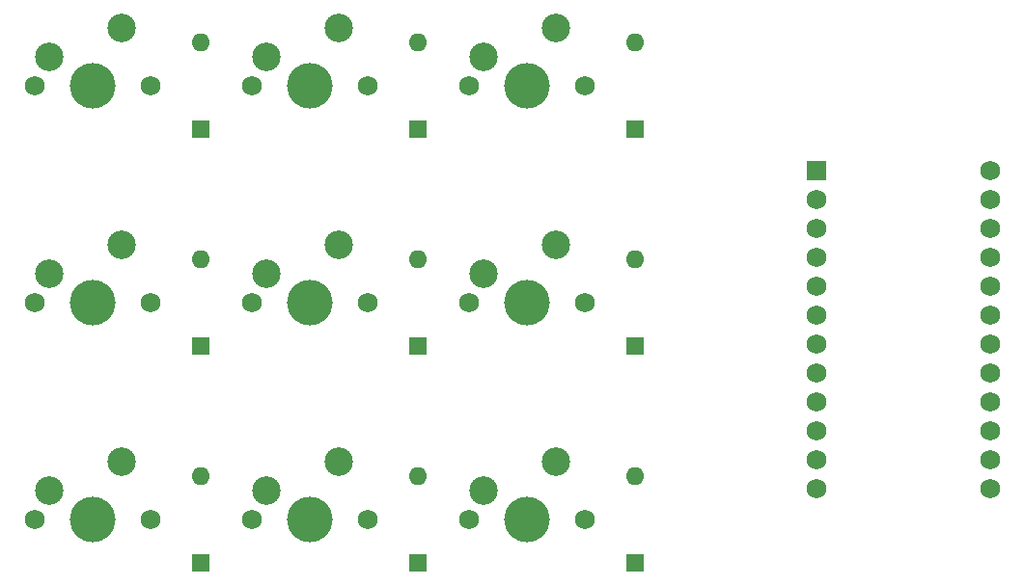
<source format=gbr>
%TF.GenerationSoftware,KiCad,Pcbnew,9.0.2*%
%TF.CreationDate,2025-06-28T14:34:15-07:00*%
%TF.ProjectId,untitled,756e7469-746c-4656-942e-6b696361645f,rev?*%
%TF.SameCoordinates,Original*%
%TF.FileFunction,Soldermask,Bot*%
%TF.FilePolarity,Negative*%
%FSLAX46Y46*%
G04 Gerber Fmt 4.6, Leading zero omitted, Abs format (unit mm)*
G04 Created by KiCad (PCBNEW 9.0.2) date 2025-06-28 14:34:15*
%MOMM*%
%LPD*%
G01*
G04 APERTURE LIST*
%ADD10C,1.750000*%
%ADD11C,4.000000*%
%ADD12C,2.500000*%
%ADD13R,1.752600X1.752600*%
%ADD14C,1.752600*%
%ADD15R,1.600000X1.600000*%
%ADD16O,1.600000X1.600000*%
G04 APERTURE END LIST*
D10*
%TO.C,S4*%
X95250000Y-95250000D03*
D11*
X100330000Y-95250000D03*
D10*
X105410000Y-95250000D03*
D12*
X96520000Y-92710000D03*
X102870000Y-90170000D03*
%TD*%
D10*
%TO.C,S6*%
X133350000Y-95250000D03*
D11*
X138430000Y-95250000D03*
D10*
X143510000Y-95250000D03*
D12*
X134620000Y-92710000D03*
X140970000Y-90170000D03*
%TD*%
D10*
%TO.C,S9*%
X133350000Y-114300000D03*
D11*
X138430000Y-114300000D03*
D10*
X143510000Y-114300000D03*
D12*
X134620000Y-111760000D03*
X140970000Y-109220000D03*
%TD*%
D10*
%TO.C,S5*%
X114300000Y-95250000D03*
D11*
X119380000Y-95250000D03*
D10*
X124460000Y-95250000D03*
D12*
X115570000Y-92710000D03*
X121920000Y-90170000D03*
%TD*%
D10*
%TO.C,S2*%
X114300000Y-76200000D03*
D11*
X119380000Y-76200000D03*
D10*
X124460000Y-76200000D03*
D12*
X115570000Y-73660000D03*
X121920000Y-71120000D03*
%TD*%
D13*
%TO.C,U1*%
X163830000Y-83661250D03*
D14*
X163830000Y-86201250D03*
X163830000Y-88741250D03*
X163830000Y-91281250D03*
X163830000Y-93821250D03*
X163830000Y-96361250D03*
X163830000Y-98901250D03*
X163830000Y-101441250D03*
X163830000Y-103981250D03*
X163830000Y-106521250D03*
X163830000Y-109061250D03*
X163830000Y-111601250D03*
X179070000Y-111601250D03*
X179070000Y-109061250D03*
X179070000Y-106521250D03*
X179070000Y-103981250D03*
X179070000Y-101441250D03*
X179070000Y-98901250D03*
X179070000Y-96361250D03*
X179070000Y-93821250D03*
X179070000Y-91281250D03*
X179070000Y-88741250D03*
X179070000Y-86201250D03*
X179070000Y-83661250D03*
%TD*%
D10*
%TO.C,S8*%
X114300000Y-114300000D03*
D11*
X119380000Y-114300000D03*
D10*
X124460000Y-114300000D03*
D12*
X115570000Y-111760000D03*
X121920000Y-109220000D03*
%TD*%
D10*
%TO.C,S7*%
X95250000Y-114300000D03*
D11*
X100330000Y-114300000D03*
D10*
X105410000Y-114300000D03*
D12*
X96520000Y-111760000D03*
X102870000Y-109220000D03*
%TD*%
D10*
%TO.C,S3*%
X133350000Y-76200000D03*
D11*
X138430000Y-76200000D03*
D10*
X143510000Y-76200000D03*
D12*
X134620000Y-73660000D03*
X140970000Y-71120000D03*
%TD*%
D10*
%TO.C,S1*%
X95250000Y-76200000D03*
D11*
X100330000Y-76200000D03*
D10*
X105410000Y-76200000D03*
D12*
X96520000Y-73660000D03*
X102870000Y-71120000D03*
%TD*%
D15*
%TO.C,D7*%
X109855000Y-118110000D03*
D16*
X109855000Y-110490000D03*
%TD*%
D15*
%TO.C,D3*%
X147955000Y-80010000D03*
D16*
X147955000Y-72390000D03*
%TD*%
D15*
%TO.C,D2*%
X128905000Y-80010000D03*
D16*
X128905000Y-72390000D03*
%TD*%
D15*
%TO.C,D5*%
X128905000Y-99060000D03*
D16*
X128905000Y-91440000D03*
%TD*%
D15*
%TO.C,D8*%
X128905000Y-118110000D03*
D16*
X128905000Y-110490000D03*
%TD*%
D15*
%TO.C,D4*%
X109855000Y-99060000D03*
D16*
X109855000Y-91440000D03*
%TD*%
D15*
%TO.C,D1*%
X109855000Y-80010000D03*
D16*
X109855000Y-72390000D03*
%TD*%
D15*
%TO.C,D6*%
X147955000Y-99060000D03*
D16*
X147955000Y-91440000D03*
%TD*%
D15*
%TO.C,D9*%
X147955000Y-118110000D03*
D16*
X147955000Y-110490000D03*
%TD*%
M02*

</source>
